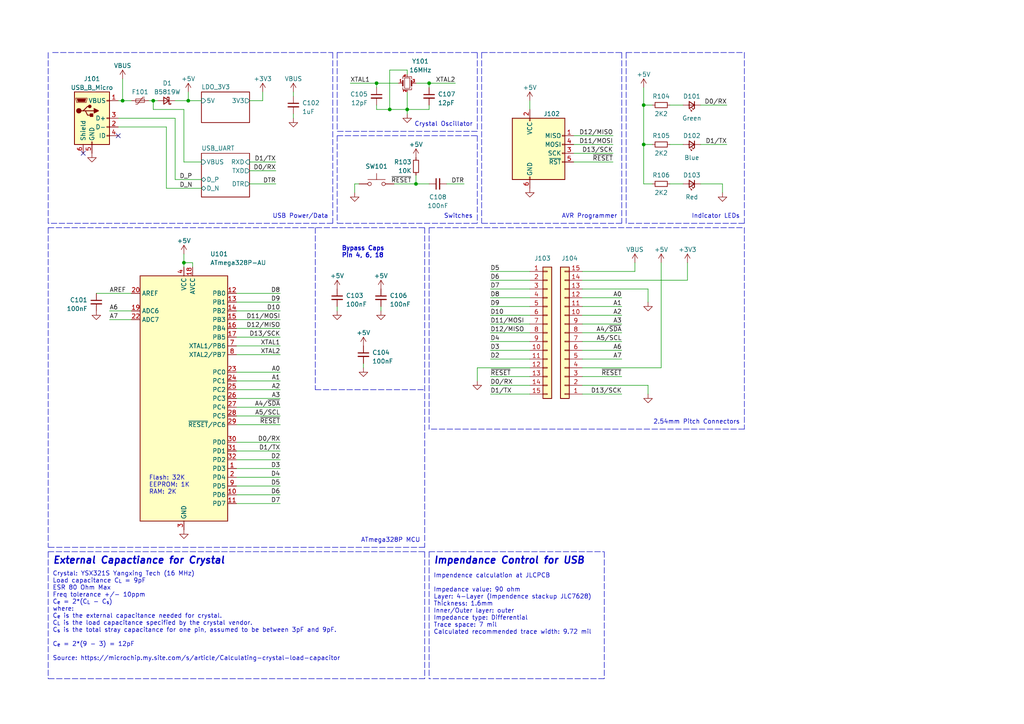
<source format=kicad_sch>
(kicad_sch (version 20230121) (generator eeschema)
  (paper "A4")
  (title_block (title "Arduino Nano Clone") (date "2023-03-17") (rev "A") (company "RIT") (comment 1 "Design: Dr. Joshua Butler"))
  (lib_symbols
    (symbol "Connector:AVR-ISP-6" (pin_names (offset 1.016))
      (property "Reference" "J" (at -6.35 11.43 0))
      (property "Value" "AVR-ISP-6" (at 0 11.43 0))
      (symbol "AVR-ISP-6_0_1"
        (rectangle (start -2.667 -6.858) (end -2.413 -7.62))
        (rectangle (start -2.667 10.16) (end -2.413 9.398))
        (rectangle (start 7.62 -2.413) (end 6.858 -2.667))
        (rectangle (start 7.62 0.127) (end 6.858 -0.127))
        (rectangle (start 7.62 2.667) (end 6.858 2.413))
        (rectangle (start 7.62 5.207) (end 6.858 4.953))
        (rectangle (start 7.62 10.16) (end -7.62 -7.62) (stroke (width 0.254)) (fill (type background)))
      )
      (symbol "AVR-ISP-6_1_1"
        (pin passive line (at 10.16 5.08 180) (length 2.54) (name "MISO") (number "1"))
        (pin passive line (at -2.54 12.7 270) (length 2.54) (name "VCC") (number "2"))
        (pin passive line (at 10.16 0 180) (length 2.54) (name "SCK") (number "3"))
        (pin passive line (at 10.16 2.54 180) (length 2.54) (name "MOSI") (number "4"))
        (pin passive line (at 10.16 -2.54 180) (length 2.54) (name "~{RST}") (number "5"))
        (pin passive line (at -2.54 -10.16 90) (length 2.54) (name "GND") (number "6"))
      )
    )
    (symbol "Connector:USB_B_Micro" (pin_names (offset 1.016))
      (property "Reference" "J" (at -5.08 11.43 0))
      (property "Value" "USB_B_Micro" (at -5.08 8.89 0))
      (symbol "USB_B_Micro_0_1"
        (rectangle (start -5.08 -7.62) (end 5.08 7.62) (stroke (width 0.254)) (fill (type background)))
        (circle (center -3.81 2.159) (radius 0.635) (stroke (width 0.254)) (fill (type outline)))
        (circle (center -0.635 3.429) (radius 0.381) (stroke (width 0.254)) (fill (type outline)))
        (rectangle (start -0.127 -7.62) (end 0.127 -6.858))
        (polyline (pts (xy -1.905 2.159) (xy 0.635 2.159)) (stroke (width 0.254)))
        (polyline (pts (xy -3.175 2.159) (xy -2.54 2.159) (xy -1.27 3.429) (xy -0.635 3.429)) (stroke (width 0.254)))
        (polyline (pts (xy -2.54 2.159) (xy -1.905 2.159) (xy -1.27 0.889) (xy 0 0.889)) (stroke (width 0.254)))
        (polyline (pts (xy 0.635 2.794) (xy 0.635 1.524) (xy 1.905 2.159) (xy 0.635 2.794)) (stroke (width 0.254)) (fill (type outline)))
        (polyline (pts (xy -4.318 5.588) (xy -1.778 5.588) (xy -2.032 4.826) (xy -4.064 4.826) (xy -4.318 5.588)) (fill (type outline)))
        (polyline (pts (xy -4.699 5.842) (xy -4.699 5.588) (xy -4.445 4.826) (xy -4.445 4.572) (xy -1.651 4.572) (xy -1.651 4.826) (xy -1.397 5.588) (xy -1.397 5.842) (xy -4.699 5.842)))
        (rectangle (start 0.254 1.27) (end -0.508 0.508) (stroke (width 0.254)) (fill (type outline)))
        (rectangle (start 5.08 -5.207) (end 4.318 -4.953))
        (rectangle (start 5.08 -2.667) (end 4.318 -2.413))
        (rectangle (start 5.08 -0.127) (end 4.318 0.127))
        (rectangle (start 5.08 4.953) (end 4.318 5.207))
      )
      (symbol "USB_B_Micro_1_1"
        (pin power_out line (at 7.62 5.08 180) (length 2.54) (name "VBUS") (number "1"))
        (pin bidirectional line (at 7.62 -2.54 180) (length 2.54) (name "D-") (number "2"))
        (pin bidirectional line (at 7.62 0 180) (length 2.54) (name "D+") (number "3"))
        (pin passive line (at 7.62 -5.08 180) (length 2.54) (name "ID") (number "4"))
        (pin power_out line (at 0 -10.16 90) (length 2.54) (name "GND") (number "5"))
        (pin passive line (at -2.54 -10.16 90) (length 2.54) (name "Shield") (number "6"))
      )
    )
    (symbol "Connector_Generic:Conn_01x15" (pin_names (offset 1.016) hide)
      (property "Reference" "J" (at 0 20.32 0))
      (property "Value" "Conn_01x15" (at 0 -20.32 0))
      (symbol "Conn_01x15_1_1"
        (rectangle (start -1.27 -17.653) (end 0 -17.907) (stroke (width 0.1524)))
        (rectangle (start -1.27 -15.113) (end 0 -15.367) (stroke (width 0.1524)))
        (rectangle (start -1.27 -12.573) (end 0 -12.827) (stroke (width 0.1524)))
        (rectangle (start -1.27 -10.033) (end 0 -10.287) (stroke (width 0.1524)))
        (rectangle (start -1.27 -7.493) (end 0 -7.747) (stroke (width 0.1524)))
        (rectangle (start -1.27 -4.953) (end 0 -5.207) (stroke (width 0.1524)))
        (rectangle (start -1.27 -2.413) (end 0 -2.667) (stroke (width 0.1524)))
        (rectangle (start -1.27 0.127) (end 0 -0.127) (stroke (width 0.1524)))
        (rectangle (start -1.27 2.667) (end 0 2.413) (stroke (width 0.1524)))
        (rectangle (start -1.27 5.207) (end 0 4.953) (stroke (width 0.1524)))
        (rectangle (start -1.27 7.747) (end 0 7.493) (stroke (width 0.1524)))
        (rectangle (start -1.27 10.287) (end 0 10.033) (stroke (width 0.1524)))
        (rectangle (start -1.27 12.827) (end 0 12.573) (stroke (width 0.1524)))
        (rectangle (start -1.27 15.367) (end 0 15.113) (stroke (width 0.1524)))
        (rectangle (start -1.27 17.907) (end 0 17.653) (stroke (width 0.1524)))
        (rectangle (start -1.27 19.05) (end 1.27 -19.05) (stroke (width 0.254)) (fill (type background)))
        (pin passive line (at -5.08 17.78 0) (length 3.81) (name "Pin_1") (number "1"))
        (pin passive line (at -5.08 -5.08 0) (length 3.81) (name "Pin_10") (number "10"))
        (pin passive line (at -5.08 -7.62 0) (length 3.81) (name "Pin_11") (number "11"))
        (pin passive line (at -5.08 -10.16 0) (length 3.81) (name "Pin_12") (number "12"))
        (pin passive line (at -5.08 -12.7 0) (length 3.81) (name "Pin_13") (number "13"))
        (pin passive line (at -5.08 -15.24 0) (length 3.81) (name "Pin_14") (number "14"))
        (pin passive line (at -5.08 -17.78 0) (length 3.81) (name "Pin_15") (number "15"))
        (pin passive line (at -5.08 15.24 0) (length 3.81) (name "Pin_2") (number "2"))
        (pin passive line (at -5.08 12.7 0) (length 3.81) (name "Pin_3") (number "3"))
        (pin passive line (at -5.08 10.16 0) (length 3.81) (name "Pin_4") (number "4"))
        (pin passive line (at -5.08 7.62 0) (length 3.81) (name "Pin_5") (number "5"))
        (pin passive line (at -5.08 5.08 0) (length 3.81) (name "Pin_6") (number "6"))
        (pin passive line (at -5.08 2.54 0) (length 3.81) (name "Pin_7") (number "7"))
        (pin passive line (at -5.08 0 0) (length 3.81) (name "Pin_8") (number "8"))
        (pin passive line (at -5.08 -2.54 0) (length 3.81) (name "Pin_9") (number "9"))
      )
    )
    (symbol "Device:C_Small" (pin_numbers hide) (pin_names (offset 0.254) hide)
      (property "Reference" "C" (at 0.254 1.778 0))
      (property "Value" "C_Small" (at 0.254 -2.032 0))
      (symbol "C_Small_0_1"
        (polyline (pts (xy -1.524 -0.508) (xy 1.524 -0.508)) (stroke (width 0.3302)))
        (polyline (pts (xy -1.524 0.508) (xy 1.524 0.508)) (stroke (width 0.3048)))
      )
      (symbol "C_Small_1_1"
        (pin passive line (at 0 2.54 270) (length 2.032) (name "~") (number "1"))
        (pin passive line (at 0 -2.54 90) (length 2.032) (name "~") (number "2"))
      )
    )
    (symbol "Device:Crystal_GND24_Small" (pin_names (offset 1.016) hide)
      (property "Reference" "Y" (at 1.27 4.445 0))
      (property "Value" "Crystal_GND24_Small" (at 1.27 2.54 0))
      (symbol "Crystal_GND24_Small_0_1"
        (rectangle (start -0.762 -1.524) (end 0.762 1.524))
        (polyline (pts (xy -1.27 -0.762) (xy -1.27 0.762)) (stroke (width 0.381)))
        (polyline (pts (xy 1.27 -0.762) (xy 1.27 0.762)) (stroke (width 0.381)))
        (polyline (pts (xy -1.27 -1.27) (xy -1.27 -1.905) (xy 1.27 -1.905) (xy 1.27 -1.27)))
        (polyline (pts (xy -1.27 1.27) (xy -1.27 1.905) (xy 1.27 1.905) (xy 1.27 1.27)))
      )
      (symbol "Crystal_GND24_Small_1_1"
        (pin passive line (at -2.54 0 0) (length 1.27) (name "1") (number "1"))
        (pin passive line (at 0 -2.54 90) (length 0.635) (name "2") (number "2"))
        (pin passive line (at 2.54 0 180) (length 1.27) (name "3") (number "3"))
        (pin passive line (at 0 2.54 270) (length 0.635) (name "4") (number "4"))
      )
    )
    (symbol "Device:D_Schottky_Small" (pin_numbers hide) (pin_names (offset 0.254) hide)
      (property "Reference" "D" (at -1.27 2.032 0))
      (property "Value" "D_Schottky_Small" (at -7.112 -2.032 0))
      (symbol "D_Schottky_Small_0_1"
        (polyline (pts (xy -0.762 0) (xy 0.762 0)))
        (polyline (pts (xy 0.762 -1.016) (xy -0.762 0) (xy 0.762 1.016) (xy 0.762 -1.016)) (stroke (width 0.254)))
        (polyline (pts (xy -1.27 0.762) (xy -1.27 1.016) (xy -0.762 1.016) (xy -0.762 -1.016) (xy -0.254 -1.016) (xy -0.254 -0.762)) (stroke (width 0.254)))
      )
      (symbol "D_Schottky_Small_1_1"
        (pin passive line (at -2.54 0 0) (length 1.778) (name "K") (number "1"))
        (pin passive line (at 2.54 0 180) (length 1.778) (name "A") (number "2"))
      )
    )
    (symbol "Device:LED_Small" (pin_numbers hide) (pin_names (offset 0.254) hide)
      (property "Reference" "D" (at -1.27 3.175 0))
      (property "Value" "LED_Small" (at -4.445 -2.54 0))
      (symbol "LED_Small_0_1"
        (polyline (pts (xy -0.762 -1.016) (xy -0.762 1.016)) (stroke (width 0.254)))
        (polyline (pts (xy 1.016 0) (xy -0.762 0)))
        (polyline (pts (xy 0.762 -1.016) (xy -0.762 0) (xy 0.762 1.016) (xy 0.762 -1.016)) (stroke (width 0.254)))
        (polyline (pts (xy 0 0.762) (xy -0.508 1.27) (xy -0.254 1.27) (xy -0.508 1.27) (xy -0.508 1.016)))
        (polyline (pts (xy 0.508 1.27) (xy 0 1.778) (xy 0.254 1.778) (xy 0 1.778) (xy 0 1.524)))
      )
      (symbol "LED_Small_1_1"
        (pin passive line (at -2.54 0 0) (length 1.778) (name "K") (number "1"))
        (pin passive line (at 2.54 0 180) (length 1.778) (name "A") (number "2"))
      )
    )
    (symbol "Device:Polyfuse_Small" (pin_numbers hide) (pin_names (offset 0))
      (property "Reference" "F" (at -1.905 0 90))
      (property "Value" "Polyfuse_Small" (at 1.905 0 90))
      (symbol "Polyfuse_Small_0_1"
        (rectangle (start -0.508 1.27) (end 0.508 -1.27))
        (polyline (pts (xy 0 2.54) (xy 0 -2.54)))
        (polyline (pts (xy -1.016 1.27) (xy -1.016 0.762) (xy 1.016 -0.762) (xy 1.016 -1.27)))
      )
      (symbol "Polyfuse_Small_1_1"
        (pin passive line (at 0 2.54 270) (length 0.635) (name "~") (number "1"))
        (pin passive line (at 0 -2.54 90) (length 0.635) (name "~") (number "2"))
      )
    )
    (symbol "Device:R_Small" (pin_numbers hide) (pin_names (offset 0.254) hide)
      (property "Reference" "R" (at 0.762 0.508 0))
      (property "Value" "R_Small" (at 0.762 -1.016 0))
      (symbol "R_Small_0_1"
        (rectangle (start -0.762 1.778) (end 0.762 -1.778) (stroke (width 0.2032)))
      )
      (symbol "R_Small_1_1"
        (pin passive line (at 0 2.54 270) (length 0.762) (name "~") (number "1"))
        (pin passive line (at 0 -2.54 90) (length 0.762) (name "~") (number "2"))
      )
    )
    (symbol "MCU_Microchip_ATmega:ATmega328P-A"
      (property "Reference" "U" (at -12.7 36.83 0))
      (property "Value" "ATmega328P-A" (at 2.54 -36.83 0))
      (symbol "ATmega328P-A_0_1"
        (rectangle (start -12.7 -35.56) (end 12.7 35.56) (stroke (width 0.254)) (fill (type background)))
      )
      (symbol "ATmega328P-A_1_1"
        (pin bidirectional line (at 15.24 -20.32 180) (length 2.54) (name "PD3") (number "1"))
        (pin bidirectional line (at 15.24 -27.94 180) (length 2.54) (name "PD6") (number "10"))
        (pin bidirectional line (at 15.24 -30.48 180) (length 2.54) (name "PD7") (number "11"))
        (pin bidirectional line (at 15.24 30.48 180) (length 2.54) (name "PB0") (number "12"))
        (pin bidirectional line (at 15.24 27.94 180) (length 2.54) (name "PB1") (number "13"))
        (pin bidirectional line (at 15.24 25.4 180) (length 2.54) (name "PB2") (number "14"))
        (pin bidirectional line (at 15.24 22.86 180) (length 2.54) (name "PB3") (number "15"))
        (pin bidirectional line (at 15.24 20.32 180) (length 2.54) (name "PB4") (number "16"))
        (pin bidirectional line (at 15.24 17.78 180) (length 2.54) (name "PB5") (number "17"))
        (pin power_in line (at 2.54 38.1 270) (length 2.54) (name "AVCC") (number "18"))
        (pin input line (at -15.24 25.4 0) (length 2.54) (name "ADC6") (number "19"))
        (pin bidirectional line (at 15.24 -22.86 180) (length 2.54) (name "PD4") (number "2"))
        (pin passive line (at -15.24 30.48 0) (length 2.54) (name "AREF") (number "20"))
        (pin passive line (at 0 -38.1 90) (length 2.54) hide (name "GND") (number "21"))
        (pin input line (at -15.24 22.86 0) (length 2.54) (name "ADC7") (number "22"))
        (pin bidirectional line (at 15.24 7.62 180) (length 2.54) (name "PC0") (number "23"))
        (pin bidirectional line (at 15.24 5.08 180) (length 2.54) (name "PC1") (number "24"))
        (pin bidirectional line (at 15.24 2.54 180) (length 2.54) (name "PC2") (number "25"))
        (pin bidirectional line (at 15.24 0 180) (length 2.54) (name "PC3") (number "26"))
        (pin bidirectional line (at 15.24 -2.54 180) (length 2.54) (name "PC4") (number "27"))
        (pin bidirectional line (at 15.24 -5.08 180) (length 2.54) (name "PC5") (number "28"))
        (pin bidirectional line (at 15.24 -7.62 180) (length 2.54) (name "~{RESET}/PC6") (number "29"))
        (pin power_in line (at 0 -38.1 90) (length 2.54) (name "GND") (number "3"))
        (pin bidirectional line (at 15.24 -12.7 180) (length 2.54) (name "PD0") (number "30"))
        (pin bidirectional line (at 15.24 -15.24 180) (length 2.54) (name "PD1") (number "31"))
        (pin bidirectional line (at 15.24 -17.78 180) (length 2.54) (name "PD2") (number "32"))
        (pin power_in line (at 0 38.1 270) (length 2.54) (name "VCC") (number "4"))
        (pin passive line (at 0 -38.1 90) (length 2.54) hide (name "GND") (number "5"))
        (pin passive line (at 0 38.1 270) (length 2.54) hide (name "VCC") (number "6"))
        (pin bidirectional line (at 15.24 15.24 180) (length 2.54) (name "XTAL1/PB6") (number "7"))
        (pin bidirectional line (at 15.24 12.7 180) (length 2.54) (name "XTAL2/PB7") (number "8"))
        (pin bidirectional line (at 15.24 -25.4 180) (length 2.54) (name "PD5") (number "9"))
      )
    )
    (symbol "Switch:SW_Push" (pin_numbers hide) (pin_names (offset 1.016) hide)
      (property "Reference" "SW" (at 1.27 2.54 0))
      (property "Value" "SW_Push" (at 0 -1.524 0))
      (symbol "SW_Push_0_1"
        (circle (center -2.032 0) (radius 0.508))
        (polyline (pts (xy 0 1.27) (xy 0 3.048)))
        (polyline (pts (xy 2.54 1.27) (xy -2.54 1.27)))
        (circle (center 2.032 0) (radius 0.508))
        (pin passive line (at -5.08 0 0) (length 2.54) (name "1") (number "1"))
        (pin passive line (at 5.08 0 180) (length 2.54) (name "2") (number "2"))
      )
    )
    (symbol "power:+3V3" (power) (pin_names (offset 0))
      (property "Value" "+3V3" (at 0 3.556 0))
      (symbol "+3V3_0_1"
        (polyline (pts (xy -0.762 1.27) (xy 0 2.54)))
        (polyline (pts (xy 0 0) (xy 0 2.54)))
        (polyline (pts (xy 0 2.54) (xy 0.762 1.27)))
      )
      (symbol "+3V3_1_1"
        (pin power_in line (at 0 0 90) (length 0) hide (name "+3V3") (number "1"))
      )
    )
    (symbol "power:+5V" (power) (pin_names (offset 0))
      (property "Value" "+5V" (at 0 3.556 0))
      (symbol "+5V_0_1"
        (polyline (pts (xy -0.762 1.27) (xy 0 2.54)))
        (polyline (pts (xy 0 0) (xy 0 2.54)))
        (polyline (pts (xy 0 2.54) (xy 0.762 1.27)))
      )
      (symbol "+5V_1_1"
        (pin power_in line (at 0 0 90) (length 0) hide (name "+5V") (number "1"))
      )
    )
    (symbol "power:GND" (power) (pin_names (offset 0))
      (property "Value" "GND" (at 0 -3.81 0))
      (symbol "GND_0_1"
        (polyline (pts (xy 0 0) (xy 0 -1.27) (xy 1.27 -1.27) (xy 0 -2.54) (xy -1.27 -1.27) (xy 0 -1.27)))
      )
      (symbol "GND_1_1"
        (pin power_in line (at 0 0 270) (length 0) hide (name "GND") (number "1"))
      )
    )
    (symbol "power:VBUS" (power) (pin_names (offset 0))
      (property "Value" "VBUS" (at 0 3.81 0))
      (symbol "VBUS_0_1"
        (polyline (pts (xy -0.762 1.27) (xy 0 2.54)))
        (polyline (pts (xy 0 0) (xy 0 2.54)))
        (polyline (pts (xy 0 2.54) (xy 0.762 1.27)))
      )
      (symbol "VBUS_1_1"
        (pin power_in line (at 0 0 90) (length 0) hide (name "VBUS") (number "1"))
      )
    )
  )
  (junction (at 44.45 29.21))
  (junction (at 53.34 76.2))
  (junction (at 35.56 29.21))
  (junction (at 186.69 41.91))
  (junction (at 109.22 24.13))
  (junction (at 186.69 30.48))
  (junction (at 118.11 31.75))
  (junction (at 120.65 53.34))
  (junction (at 124.46 24.13))
  (junction (at 54.61 29.21))
  (junction (at 113.03 31.75))
  (no_connect (at 24.13 44.45))
  (no_connect (at 34.29 39.37))
  (wire (pts (xy 142.24 96.52) (xy 153.67 96.52)))
  (wire (pts (xy 31.75 92.71) (xy 38.1 92.71)))
  (wire (pts (xy 142.24 86.36) (xy 153.67 86.36)))
  (polyline (pts (xy 180.34 64.77) (xy 139.7 64.77)) (stroke (width 0) (type dash)))
  (wire (pts (xy 118.11 26.67) (xy 118.11 31.75)))
  (wire (pts (xy 186.69 25.4) (xy 186.69 30.48)))
  (wire (pts (xy 72.39 49.53) (xy 80.01 49.53)))
  (wire (pts (xy 53.34 73.66) (xy 53.34 76.2)))
  (wire (pts (xy 97.79 90.17) (xy 97.79 88.9)))
  (wire (pts (xy 138.43 106.68) (xy 138.43 110.49)))
  (polyline (pts (xy 181.61 15.24) (xy 181.61 64.77)) (stroke (width 0) (type dash)))
  (wire (pts (xy 142.24 81.28) (xy 153.67 81.28)))
  (polyline (pts (xy 123.19 158.75) (xy 13.97 158.75)) (stroke (width 0) (type dash)))
  (wire (pts (xy 118.11 20.32) (xy 113.03 20.32)))
  (wire (pts (xy 168.91 78.74) (xy 184.15 78.74)))
  (wire (pts (xy 209.55 53.34) (xy 209.55 55.88)))
  (wire (pts (xy 142.24 93.98) (xy 153.67 93.98)))
  (polyline (pts (xy 13.97 160.02) (xy 13.97 196.85)) (stroke (width 0) (type dash)))
  (wire (pts (xy 68.58 97.79) (xy 81.28 97.79)))
  (polyline (pts (xy 97.79 15.24) (xy 97.79 38.1)) (stroke (width 0) (type dash)))
  (wire (pts (xy 129.54 53.34) (xy 134.62 53.34)))
  (wire (pts (xy 50.8 34.29) (xy 50.8 52.07)))
  (polyline (pts (xy 215.9 64.77) (xy 181.61 64.77)) (stroke (width 0) (type dash)))
  (wire (pts (xy 68.58 120.65) (xy 81.28 120.65)))
  (polyline (pts (xy 97.79 15.24) (xy 138.43 15.24)) (stroke (width 0) (type dash)))
  (wire (pts (xy 85.09 34.29) (xy 85.09 33.02)))
  (wire (pts (xy 113.03 31.75) (xy 118.11 31.75)))
  (wire (pts (xy 203.2 53.34) (xy 209.55 53.34)))
  (wire (pts (xy 68.58 113.03) (xy 81.28 113.03)))
  (wire (pts (xy 110.49 90.17) (xy 110.49 88.9)))
  (wire (pts (xy 168.91 81.28) (xy 199.39 81.28)))
  (wire (pts (xy 142.24 83.82) (xy 153.67 83.82)))
  (wire (pts (xy 54.61 29.21) (xy 54.61 26.67)))
  (wire (pts (xy 68.58 107.95) (xy 81.28 107.95)))
  (wire (pts (xy 191.77 76.2) (xy 191.77 106.68)))
  (wire (pts (xy 27.94 85.09) (xy 38.1 85.09)))
  (polyline (pts (xy 13.97 15.24) (xy 13.97 64.77)) (stroke (width 0) (type dash)))
  (wire (pts (xy 34.29 29.21) (xy 35.56 29.21)))
  (polyline (pts (xy 181.61 15.24) (xy 215.9 15.24)) (stroke (width 0) (type dash)))
  (wire (pts (xy 113.03 20.32) (xy 113.03 31.75)))
  (wire (pts (xy 199.39 76.2) (xy 199.39 81.28)))
  (polyline (pts (xy 139.7 15.24) (xy 139.7 64.77)) (stroke (width 0) (type dash)))
  (wire (pts (xy 168.91 83.82) (xy 187.96 83.82)))
  (wire (pts (xy 168.91 88.9) (xy 180.34 88.9)))
  (wire (pts (xy 68.58 110.49) (xy 81.28 110.49)))
  (wire (pts (xy 168.91 96.52) (xy 180.34 96.52)))
  (wire (pts (xy 68.58 130.81) (xy 81.28 130.81)))
  (wire (pts (xy 109.22 25.4) (xy 109.22 24.13)))
  (wire (pts (xy 168.91 91.44) (xy 180.34 91.44)))
  (polyline (pts (xy 123.19 160.02) (xy 123.19 196.85)) (stroke (width 0) (type dash)))
  (wire (pts (xy 186.69 53.34) (xy 189.23 53.34)))
  (wire (pts (xy 35.56 29.21) (xy 38.1 29.21)))
  (wire (pts (xy 105.41 106.68) (xy 105.41 105.41)))
  (polyline (pts (xy 138.43 38.1) (xy 97.79 38.1)) (stroke (width 0) (type dash)))
  (wire (pts (xy 142.24 111.76) (xy 153.67 111.76)))
  (polyline (pts (xy 138.43 64.77) (xy 97.79 64.77)) (stroke (width 0) (type dash)))
  (wire (pts (xy 194.31 41.91) (xy 198.12 41.91)))
  (polyline (pts (xy 215.9 15.24) (xy 215.9 64.77)) (stroke (width 0) (type dash)))
  (wire (pts (xy 68.58 140.97) (xy 81.28 140.97)))
  (wire (pts (xy 68.58 85.09) (xy 81.28 85.09)))
  (wire (pts (xy 186.69 41.91) (xy 189.23 41.91)))
  (wire (pts (xy 85.09 26.67) (xy 85.09 27.94)))
  (polyline (pts (xy 124.46 66.04) (xy 124.46 124.46)) (stroke (width 0) (type dash)))
  (polyline (pts (xy 215.9 66.04) (xy 215.9 124.46)) (stroke (width 0) (type dash)))
  (wire (pts (xy 187.96 83.82) (xy 187.96 87.63)))
  (wire (pts (xy 180.34 114.3) (xy 168.91 114.3)))
  (polyline (pts (xy 138.43 15.24) (xy 138.43 38.1)) (stroke (width 0) (type dash)))
  (wire (pts (xy 120.65 50.8) (xy 120.65 53.34)))
  (wire (pts (xy 142.24 88.9) (xy 153.67 88.9)))
  (wire (pts (xy 76.2 26.67) (xy 76.2 29.21)))
  (polyline (pts (xy 123.19 66.04) (xy 123.19 158.75)) (stroke (width 0) (type dash)))
  (wire (pts (xy 68.58 146.05) (xy 81.28 146.05)))
  (wire (pts (xy 142.24 91.44) (xy 153.67 91.44)))
  (wire (pts (xy 55.88 76.2) (xy 53.34 76.2)))
  (polyline (pts (xy 180.34 15.24) (xy 180.34 64.77)) (stroke (width 0) (type dash)))
  (polyline (pts (xy 123.19 196.85) (xy 13.97 196.85)) (stroke (width 0) (type dash)))
  (wire (pts (xy 31.75 90.17) (xy 38.1 90.17)))
  (wire (pts (xy 68.58 92.71) (xy 81.28 92.71)))
  (wire (pts (xy 142.24 78.74) (xy 153.67 78.74)))
  (wire (pts (xy 153.67 29.21) (xy 153.67 31.75)))
  (wire (pts (xy 186.69 30.48) (xy 189.23 30.48)))
  (wire (pts (xy 68.58 115.57) (xy 81.28 115.57)))
  (wire (pts (xy 168.91 86.36) (xy 180.34 86.36)))
  (polyline (pts (xy 138.43 39.37) (xy 138.43 64.77)) (stroke (width 0) (type dash)))
  (wire (pts (xy 186.69 30.48) (xy 186.69 41.91)))
  (wire (pts (xy 109.22 24.13) (xy 115.57 24.13)))
  (wire (pts (xy 68.58 143.51) (xy 81.28 143.51)))
  (wire (pts (xy 142.24 104.14) (xy 153.67 104.14)))
  (polyline (pts (xy 175.26 160.02) (xy 175.26 196.85)) (stroke (width 0) (type dash)))
  (wire (pts (xy 34.29 36.83) (xy 48.26 36.83)))
  (wire (pts (xy 68.58 95.25) (xy 81.28 95.25)))
  (wire (pts (xy 43.18 29.21) (xy 44.45 29.21)))
  (wire (pts (xy 194.31 53.34) (xy 198.12 53.34)))
  (wire (pts (xy 168.91 106.68) (xy 191.77 106.68)))
  (wire (pts (xy 168.91 101.6) (xy 180.34 101.6)))
  (wire (pts (xy 68.58 102.87) (xy 81.28 102.87)))
  (wire (pts (xy 142.24 101.6) (xy 153.67 101.6)))
  (wire (pts (xy 102.87 53.34) (xy 104.14 53.34)))
  (polyline (pts (xy 124.46 160.02) (xy 124.46 196.85)) (stroke (width 0) (type dash)))
  (wire (pts (xy 50.8 52.07) (xy 58.42 52.07)))
  (wire (pts (xy 72.39 53.34) (xy 80.01 53.34)))
  (wire (pts (xy 138.43 106.68) (xy 153.67 106.68)))
  (wire (pts (xy 68.58 128.27) (xy 81.28 128.27)))
  (wire (pts (xy 168.91 109.22) (xy 180.34 109.22)))
  (wire (pts (xy 120.65 53.34) (xy 124.46 53.34)))
  (wire (pts (xy 142.24 99.06) (xy 153.67 99.06)))
  (wire (pts (xy 194.31 30.48) (xy 198.12 30.48)))
  (wire (pts (xy 48.26 54.61) (xy 58.42 54.61)))
  (wire (pts (xy 124.46 25.4) (xy 124.46 24.13)))
  (wire (pts (xy 118.11 21.59) (xy 118.11 20.32)))
  (wire (pts (xy 34.29 34.29) (xy 50.8 34.29)))
  (wire (pts (xy 168.91 111.76) (xy 187.96 111.76)))
  (wire (pts (xy 68.58 133.35) (xy 81.28 133.35)))
  (polyline (pts (xy 13.97 66.04) (xy 13.97 158.75)) (stroke (width 0) (type dash)))
  (wire (pts (xy 184.15 76.2) (xy 184.15 78.74)))
  (wire (pts (xy 102.87 53.34) (xy 102.87 55.88)))
  (wire (pts (xy 187.96 111.76) (xy 187.96 114.3)))
  (polyline (pts (xy 97.79 39.37) (xy 138.43 39.37)) (stroke (width 0) (type dash)))
  (wire (pts (xy 72.39 29.21) (xy 76.2 29.21)))
  (wire (pts (xy 48.26 36.83) (xy 48.26 54.61)))
  (polyline (pts (xy 13.97 160.02) (xy 123.19 160.02)) (stroke (width 0) (type dash)))
  (polyline (pts (xy 124.46 66.04) (xy 215.9 66.04)) (stroke (width 0) (type dash)))
  (wire (pts (xy 118.11 33.02) (xy 118.11 31.75)))
  (wire (pts (xy 168.91 93.98) (xy 180.34 93.98)))
  (polyline (pts (xy 15.24 15.24) (xy 96.52 15.24)) (stroke (width 0) (type dash)))
  (wire (pts (xy 142.24 109.22) (xy 153.67 109.22)))
  (wire (pts (xy 53.34 76.2) (xy 53.34 77.47)))
  (wire (pts (xy 68.58 123.19) (xy 81.28 123.19)))
  (wire (pts (xy 68.58 90.17) (xy 81.28 90.17)))
  (wire (pts (xy 186.69 41.91) (xy 186.69 53.34)))
  (wire (pts (xy 120.65 24.13) (xy 124.46 24.13)))
  (polyline (pts (xy 175.26 196.85) (xy 124.46 196.85)) (stroke (width 0) (type dash)))
  (wire (pts (xy 68.58 118.11) (xy 81.28 118.11)))
  (polyline (pts (xy 215.9 124.46) (xy 124.46 124.46)) (stroke (width 0) (type dash)))
  (wire (pts (xy 44.45 31.75) (xy 44.45 29.21)))
  (wire (pts (xy 118.11 31.75) (xy 124.46 31.75)))
  (wire (pts (xy 50.8 29.21) (xy 54.61 29.21)))
  (wire (pts (xy 166.37 39.37) (xy 177.8 39.37)))
  (wire (pts (xy 44.45 29.21) (xy 45.72 29.21)))
  (wire (pts (xy 168.91 104.14) (xy 180.34 104.14)))
  (wire (pts (xy 101.6 24.13) (xy 109.22 24.13)))
  (wire (pts (xy 109.22 31.75) (xy 113.03 31.75)))
  (wire (pts (xy 68.58 100.33) (xy 81.28 100.33)))
  (wire (pts (xy 124.46 24.13) (xy 132.08 24.13)))
  (wire (pts (xy 55.88 77.47) (xy 55.88 76.2)))
  (wire (pts (xy 72.39 46.99) (xy 80.01 46.99)))
  (polyline (pts (xy 124.46 160.02) (xy 175.26 160.02)) (stroke (width 0) (type dash)))
  (polyline (pts (xy 91.44 113.03) (xy 123.19 113.03)) (stroke (width 0) (type dash)))
  (wire (pts (xy 124.46 31.75) (xy 124.46 30.48)))
  (wire (pts (xy 168.91 99.06) (xy 180.34 99.06)))
  (wire (pts (xy 53.34 46.99) (xy 58.42 46.99)))
  (wire (pts (xy 53.34 31.75) (xy 44.45 31.75)))
  (wire (pts (xy 35.56 22.86) (xy 35.56 29.21)))
  (wire (pts (xy 203.2 30.48) (xy 210.82 30.48)))
  (wire (pts (xy 166.37 44.45) (xy 177.8 44.45)))
  (wire (pts (xy 166.37 46.99) (xy 177.8 46.99)))
  (wire (pts (xy 166.37 41.91) (xy 177.8 41.91)))
  (wire (pts (xy 68.58 87.63) (xy 81.28 87.63)))
  (polyline (pts (xy 139.7 15.24) (xy 180.34 15.24)) (stroke (width 0) (type dash)))
  (wire (pts (xy 109.22 31.75) (xy 109.22 30.48)))
  (wire (pts (xy 142.24 114.3) (xy 153.67 114.3)))
  (wire (pts (xy 203.2 41.91) (xy 210.82 41.91)))
  (polyline (pts (xy 96.52 64.77) (xy 13.97 64.77)) (stroke (width 0) (type dash)))
  (polyline (pts (xy 13.97 66.04) (xy 123.19 66.04)) (stroke (width 0) (type dash)))
  (wire (pts (xy 68.58 135.89) (xy 81.28 135.89)))
  (polyline (pts (xy 91.44 66.04) (xy 91.44 113.03)) (stroke (width 0) (type dash)))
  (wire (pts (xy 68.58 138.43) (xy 81.28 138.43)))
  (wire (pts (xy 114.3 53.34) (xy 120.65 53.34)))
  (wire (pts (xy 54.61 29.21) (xy 58.42 29.21)))
  (polyline (pts (xy 97.79 39.37) (xy 97.79 64.77)) (stroke (width 0) (type dash)))
  (wire (pts (xy 53.34 46.99) (xy 53.34 31.75)))
  (polyline (pts (xy 96.52 15.24) (xy 96.52 64.77)) (stroke (width 0) (type dash)))
  (text "2.54mm Pitch Connectors" (at 214.63 123.19 0) (effects (font (size 1.27 1.27)) (justify right bottom)))
  (text "Crystal: YSX321S Yangxing Tech (16 MHz)\nLoad capacitance C_{L} = 9pF\nESR 80 Ohm Max\nFreq tolerance +/- 10ppm\nC_{e} = 2*(C_{L} - C_{s})\nwhere:\nC_{e} is the external capacitance needed for crystal.\nC_{L} is the load capacitance specified by the crystal vendor.\nC_{s} is the total stray capacitance for one pin, assumed to be between 3pF and 9pF.\n\nC_{e} = 2*(9 - 3) = 12pF\n\nSource: https://microchip.my.site.com/s/article/Calculating-crystal-load-capacitor" (at 15.24 191.77 0) (effects (font (size 1.27 1.27)) (justify left bottom)))
  (text "Crystal Oscillator" (at 137.16 36.83 0) (effects (font (size 1.27 1.27)) (justify right bottom)))
  (text "Switches" (at 137.16 63.5 0) (effects (font (size 1.27 1.27)) (justify right bottom)))
  (text "Flash: 32K\nEEPROM: 1K\nRAM: 2K" (at 43.18 143.51 0) (effects (font (size 1.27 1.27)) (justify left bottom)))
  (text "ATmega328P MCU" (at 121.92 157.48 0) (effects (font (size 1.27 1.27)) (justify right bottom)))
  (text "Indicator LEDs" (at 214.63 63.5 0) (effects (font (size 1.27 1.27)) (justify right bottom)))
  (text "Impendance Control for USB" (at 125.73 163.83 0) (effects (font (size 2 2) (thickness 0.4) bold italic) (justify left bottom)))
  (text "AVR Programmer" (at 179.07 63.5 0) (effects (font (size 1.27 1.27)) (justify right bottom)))
  (text "USB Power/Data" (at 95.25 63.5 0) (effects (font (size 1.27 1.27)) (justify right bottom)))
  (text "Impendence calculation at JLCPCB\n\nImpedance value: 90 ohm\nLayer: 4-Layer (Impendence stackup JLC7628)\nThickness: 1.6mm\nInner/Outer layer: outer\nImpedance type: Differential\nTrace space: 7 mil\nCalculated recommended trace width: 9.72 mil" (at 125.73 184.15 0) (effects (font (size 1.27 1.27)) (justify left bottom)))
  (text "External Capactiance for Crystal" (at 15.24 163.83 0) (effects (font (size 2 2) (thickness 0.4) bold italic) (justify left bottom)))
  (text "Bypass Caps\nPin 4, 6, 18" (at 99.06 74.93 0) (effects (font (size 1.27 1.27) (thickness 0.254) bold) (justify left bottom)))
  (label "D2" (at 81.28 133.35 180))
  (label "A6" (at 31.75 90.17 0))
  (label "D_N" (at 52.07 54.61 0))
  (label "A1" (at 81.28 110.49 180))
  (label "A5{slash}SCL" (at 81.28 120.65 180))
  (label "D1{slash}TX" (at 142.24 114.3 0))
  (label "D8" (at 81.28 85.09 180))
  (label "D8" (at 142.24 86.36 0))
  (label "D3" (at 142.24 101.6 0))
  (label "A6" (at 180.34 101.6 180))
  (label "D6" (at 81.28 143.51 180))
  (label "A3" (at 81.28 115.57 180))
  (label "D10" (at 142.24 91.44 0))
  (label "D1{slash}TX" (at 81.28 130.81 180))
  (label "A7" (at 180.34 104.14 180))
  (label "D13{slash}SCK" (at 180.34 114.3 180))
  (label "~{RESET}" (at 180.34 109.22 180))
  (label "A4{slash}~{SDA}" (at 180.34 96.52 180))
  (label "D12{slash}MISO" (at 177.8 39.37 180))
  (label "A4{slash}~{SDA}" (at 81.28 118.11 180))
  (label "D11{slash}MOSI" (at 142.24 93.98 0))
  (label "D13{slash}SCK" (at 81.28 97.79 180))
  (label "~{RESET}" (at 142.24 109.22 0))
  (label "A2" (at 81.28 113.03 180))
  (label "D0{slash}RX" (at 210.82 30.48 180))
  (label "D5" (at 142.24 78.74 0))
  (label "D6" (at 142.24 81.28 0))
  (label "D1{slash}TX" (at 210.82 41.91 180))
  (label "D0{slash}RX" (at 142.24 111.76 0))
  (label "~{RESET}" (at 177.8 46.99 180))
  (label "D0{slash}RX" (at 81.28 128.27 180))
  (label "D12{slash}MISO" (at 142.24 96.52 0))
  (label "D9" (at 81.28 87.63 180))
  (label "D3" (at 81.28 135.89 180))
  (label "XTAL1" (at 81.28 100.33 180))
  (label "DTR" (at 134.62 53.34 180))
  (label "A0" (at 180.34 86.36 180))
  (label "~{RESET}" (at 81.28 123.19 180))
  (label "D11{slash}MOSI" (at 81.28 92.71 180))
  (label "D2" (at 142.24 104.14 0))
  (label "D13{slash}SCK" (at 177.8 44.45 180))
  (label "XTAL2" (at 81.28 102.87 180))
  (label "D10" (at 81.28 90.17 180))
  (label "D7" (at 81.28 146.05 180))
  (label "DTR" (at 80.01 53.34 180))
  (label "A7" (at 31.75 92.71 0))
  (label "D7" (at 142.24 83.82 0))
  (label "D_P" (at 52.07 52.07 0))
  (label "D5" (at 81.28 140.97 180))
  (label "D4" (at 142.24 99.06 0))
  (label "A0" (at 81.28 107.95 180))
  (label "A5{slash}SCL" (at 180.34 99.06 180))
  (label "D0{slash}RX" (at 80.01 49.53 180))
  (label "D11{slash}MOSI" (at 177.8 41.91 180))
  (label "~{RESET}" (at 119.38 53.34 180))
  (label "D9" (at 142.24 88.9 0))
  (label "D12{slash}MISO" (at 81.28 95.25 180))
  (label "XTAL1" (at 101.6 24.13 0))
  (label "A1" (at 180.34 88.9 180))
  (label "D1{slash}TX" (at 80.01 46.99 180))
  (label "A2" (at 180.34 91.44 180))
  (label "D4" (at 81.28 138.43 180))
  (label "XTAL2" (at 132.08 24.13 180))
  (label "A3" (at 180.34 93.98 180))
  (label "AREF" (at 31.75 85.09 0))
  (symbol (lib_id "Connector_Generic:Conn_01x15") (at 163.83 96.52 180) (unit 1)
    (property "Reference" "J104" (at 167.64 74.93 0) (effects (justify left)))
    (property "Value" "Conn_01x13" (effects hide))
    (property "Footprint" "Connector_PinHeader_2.54mm:PinHeader_1x15_P2.54mm_Vertical" (effects hide))
  )
  (symbol (lib_id "Device:C_Small") (at 127 53.34 90) (mirror x) (unit 1)
    (property "Reference" "C108" (at 127 57.15 90))
    (property "Value" "100nF" (at 127 59.69 90))
    (property "Footprint" "Capacitor_SMD:C_0603_1608Metric" (effects hide))
    (property "LCSC" "C14663" (effects hide))
  )
  (symbol (lib_id "Switch:SW_Push") (at 109.22 53.34 0) (unit 1)
    (property "Reference" "SW101" (at 109.22 48.26 0))
    (property "Value" "SW_Push" (effects hide))
    (property "Footprint" "User_Footprint:SW_SPST_KMR221GLFS" (effects hide))
    (property "LCSC" "C72443" (effects hide))
  )
  (symbol (lib_id "power:VBUS") (at 85.09 26.67 0) (unit 1)
    (property "Reference" "#PWR0109" (effects hide))
    (property "Value" "VBUS" (at 85.09 22.86 0))
  )
  (symbol (lib_id "Device:C_Small") (at 27.94 87.63 0) (mirror y) (unit 1)
    (property "Reference" "C101" (at 25.4 87.0013 0) (effects (justify left)))
    (property "Value" "100nF" (at 25.4 89.5413 0) (effects (justify left)))
    (property "Footprint" "Capacitor_SMD:C_0603_1608Metric" (effects hide))
    (property "LCSC" "C14663" (effects hide))
  )
  (symbol (lib_id "Device:R_Small") (at 191.77 53.34 90) (unit 1)
    (property "Reference" "R106" (at 191.77 50.8 90))
    (property "Value" "2K2" (at 191.77 55.88 90))
    (property "Footprint" "Resistor_SMD:R_0603_1608Metric" (effects hide))
    (property "LCSC" "C4190" (effects hide))
    (property "MFR_PART_NBR" "0805W8F4700T5E" (effects hide))
  )
  (symbol (lib_id "power:GND") (at 85.09 34.29 0) (unit 1)
    (property "Reference" "#PWR0110" (effects hide))
    (property "Value" "GND" (effects hide))
  )
  (symbol (lib_id "Device:Polyfuse_Small") (at 40.64 29.21 90) (unit 1)
    (property "Reference" "F101" (at 40.64 26.67 90))
    (property "Value" "Polyfuse_Small" (effects hide))
    (property "Footprint" "Fuse:Fuse_1206_3216Metric" (effects hide))
    (property "LCSC" "C883131" (effects hide))
  )
  (symbol (lib_id "Device:C_Small") (at 124.46 27.94 0) (unit 1)
    (property "Reference" "C107" (at 127 27.3113 0) (effects (justify left)))
    (property "Value" "12pF" (at 127 29.8513 0) (effects (justify left)))
    (property "Footprint" "Capacitor_SMD:C_0603_1608Metric" (effects hide))
    (property "LCSC" "C38523" (effects hide))
  )
  (symbol (lib_id "Device:C_Small") (at 109.22 27.94 0) (unit 1)
    (property "Reference" "C105" (at 106.68 27.3113 0) (effects (justify right)))
    (property "Value" "12pF" (at 106.68 29.8513 0) (effects (justify right)))
    (property "Footprint" "Capacitor_SMD:C_0603_1608Metric" (effects hide))
    (property "LCSC" "C38523" (effects hide))
  )
  (symbol (lib_id "Device:R_Small") (at 191.77 41.91 90) (unit 1)
    (property "Reference" "R105" (at 191.77 39.37 90))
    (property "Value" "2K2" (at 191.77 44.45 90))
    (property "Footprint" "Resistor_SMD:R_0603_1608Metric" (effects hide))
    (property "LCSC" "C4190" (effects hide))
    (property "MFR_PART_NBR" "0805W8F4700T5E" (effects hide))
  )
  (symbol (lib_id "MCU_Microchip_ATmega:ATmega328P-A") (at 53.34 115.57 0) (unit 1)
    (property "Reference" "U101" (at 60.96 73.66 0) (effects (justify left)))
    (property "Value" "ATmega328P-AU" (at 60.96 76.2 0) (effects (justify left)))
    (property "Footprint" "Package_QFP:TQFP-32_7x7mm_P0.8mm" (effects hide))
    (property "Datasheet" "http://ww1.microchip.com/downloads/en/DeviceDoc/ATmega328_P%20AVR%20MCU%20with%20picoPower%20Technology%20Data%20Sheet%2040001984A.pdf" (effects hide))
    (property "LCSC" "C14877" (effects hide))
    (property "App Note" "https://ww1.microchip.com/downloads/en/Appnotes/AN2519-AVR-Microcontroller-Hardware-Design-Considerations-00002519B.pdf" (effects hide))
  )
  (symbol (lib_id "power:+5V") (at 105.41 100.33 0) (unit 1)
    (property "Reference" "#PWR0114" (effects hide))
    (property "Value" "+5V" (at 105.41 96.52 0))
  )
  (symbol (lib_id "Device:Crystal_GND24_Small") (at 118.11 24.13 0) (unit 1)
    (property "Reference" "Y101" (at 121.92 17.78 0))
    (property "Value" "16MHz" (at 121.92 20.32 0))
    (property "Footprint" "Crystal:Crystal_SMD_3225-4Pin_3.2x2.5mm" (effects hide))
    (property "LCSC" "C13738" (effects hide))
  )
  (symbol (lib_id "power:VBUS") (at 35.56 22.86 0) (unit 1)
    (property "Reference" "#PWR0103" (effects hide))
    (property "Value" "VBUS" (at 35.56 19.05 0))
  )
  (symbol (lib_id "power:GND") (at 138.43 110.49 0) (unit 1)
    (property "Reference" "#PWR0120" (effects hide))
    (property "Value" "GND" (effects hide))
  )
  (symbol (lib_id "Device:R_Small") (at 120.65 48.26 0) (mirror y) (unit 1)
    (property "Reference" "R103" (at 119.38 46.99 0) (effects (justify left)))
    (property "Value" "10K" (at 119.38 49.53 0) (effects (justify left)))
    (property "Footprint" "Resistor_SMD:R_0603_1608Metric" (effects hide))
    (property "LCSC" "C25804" (effects hide))
  )
  (symbol (lib_id "power:+3V3") (at 199.39 76.2 0) (unit 1)
    (property "Reference" "#PWR0127" (effects hide))
    (property "Value" "+3V3" (at 199.39 72.39 0))
  )
  (symbol (lib_id "power:GND") (at 26.67 44.45 0) (unit 1)
    (property "Reference" "#PWR0101" (effects hide))
    (property "Value" "GND" (effects hide))
  )
  (symbol (lib_id "power:GND") (at 209.55 55.88 0) (unit 1)
    (property "Reference" "#PWR0128" (effects hide))
    (property "Value" "GND" (effects hide))
  )
  (symbol (lib_id "power:GND") (at 97.79 90.17 0) (unit 1)
    (property "Reference" "#PWR0112" (effects hide))
    (property "Value" "GND" (effects hide))
  )
  (symbol (lib_id "power:GND") (at 118.11 33.02 0) (unit 1)
    (property "Reference" "#PWR0118" (effects hide))
    (property "Value" "GND" (effects hide))
  )
  (symbol (lib_id "power:GND") (at 27.94 90.17 0) (mirror y) (unit 1)
    (property "Reference" "#PWR0102" (effects hide))
    (property "Value" "GND" (effects hide))
  )
  (symbol (lib_id "power:GND") (at 153.67 54.61 0) (unit 1)
    (property "Reference" "#PWR0122" (effects hide))
    (property "Value" "GND" (effects hide))
  )
  (symbol (lib_id "power:GND") (at 53.34 153.67 0) (unit 1)
    (property "Reference" "#PWR0107" (effects hide))
    (property "Value" "GND" (effects hide))
  )
  (symbol (lib_id "Device:C_Small") (at 85.09 30.48 0) (unit 1)
    (property "Reference" "C102" (at 87.63 29.8513 0) (effects (justify left)))
    (property "Value" "1uF" (at 87.63 32.3913 0) (effects (justify left)))
    (property "Footprint" "Capacitor_SMD:C_0603_1608Metric" (effects hide))
    (property "LCSC" "C15849" (effects hide))
  )
  (symbol (lib_id "power:+3V3") (at 76.2 26.67 0) (unit 1)
    (property "Reference" "#PWR0108" (effects hide))
    (property "Value" "+3V3" (at 76.2 22.86 0))
  )
  (symbol (lib_id "power:GND") (at 105.41 106.68 0) (unit 1)
    (property "Reference" "#PWR0115" (effects hide))
    (property "Value" "GND" (effects hide))
  )
  (symbol (lib_id "Device:R_Small") (at 191.77 30.48 90) (unit 1)
    (property "Reference" "R104" (at 191.77 27.94 90))
    (property "Value" "2K2" (at 191.77 33.02 90))
    (property "Footprint" "Resistor_SMD:R_0603_1608Metric" (effects hide))
    (property "LCSC" "C4190" (effects hide))
    (property "MFR_PART_NBR" "0805W8F4700T5E" (effects hide))
  )
  (symbol (lib_id "power:+5V") (at 110.49 83.82 0) (unit 1)
    (property "Reference" "#PWR0116" (effects hide))
    (property "Value" "+5V" (at 110.49 80.01 0))
  )
  (symbol (lib_id "power:GND") (at 102.87 55.88 0) (mirror y) (unit 1)
    (property "Reference" "#PWR0113" (effects hide))
    (property "Value" "GND" (effects hide))
  )
  (symbol (lib_id "power:GND") (at 110.49 90.17 0) (unit 1)
    (property "Reference" "#PWR0117" (effects hide))
    (property "Value" "GND" (effects hide))
  )
  (symbol (lib_id "power:VBUS") (at 184.15 76.2 0) (unit 1)
    (property "Reference" "#PWR0123" (effects hide))
    (property "Value" "VBUS" (at 184.15 72.39 0))
  )
  (symbol (lib_id "power:+5V") (at 97.79 83.82 0) (unit 1)
    (property "Reference" "#PWR0111" (effects hide))
    (property "Value" "+5V" (at 97.79 80.01 0))
  )
  (symbol (lib_id "power:+5V") (at 120.65 45.72 0) (unit 1)
    (property "Reference" "#PWR0119" (effects hide))
    (property "Value" "+5V" (at 120.65 41.91 0))
  )
  (symbol (lib_id "power:+5V") (at 53.34 73.66 0) (unit 1)
    (property "Reference" "#PWR0106" (effects hide))
    (property "Value" "+5V" (at 53.34 69.85 0))
  )
  (symbol (lib_id "Device:C_Small") (at 97.79 86.36 0) (unit 1)
    (property "Reference" "C103" (at 100.33 85.7313 0) (effects (justify left)))
    (property "Value" "100nF" (at 100.33 88.2713 0) (effects (justify left)))
    (property "Footprint" "Capacitor_SMD:C_0603_1608Metric" (effects hide))
    (property "LCSC" "C14663" (effects hide))
  )
  (symbol (lib_id "power:GND") (at 187.96 114.3 0) (unit 1)
    (property "Reference" "#PWR02" (effects hide))
    (property "Value" "GND" (effects hide))
  )
  (symbol (lib_id "power:+5V") (at 153.67 29.21 0) (unit 1)
    (property "Reference" "#PWR01" (effects hide))
    (property "Value" "+5V" (at 153.67 25.4 0))
  )
  (symbol (lib_id "Device:LED_Small") (at 200.66 30.48 180) (unit 1)
    (property "Reference" "D101" (at 200.66 27.94 0))
    (property "Value" "Green" (at 200.66 34.29 0))
    (property "Footprint" "LED_SMD:LED_0603_1608Metric" (effects hide))
    (property "LCSC" "C72043" (effects hide))
  )
  (symbol (lib_id "power:+5V") (at 186.69 25.4 0) (unit 1)
    (property "Reference" "#PWR0124" (effects hide))
    (property "Value" "+5V" (at 186.69 21.59 0))
  )
  (symbol (lib_id "Connector_Generic:Conn_01x15") (at 158.75 96.52 0) (unit 1)
    (property "Reference" "J103" (at 154.94 74.93 0) (effects (justify left)))
    (property "Value" "Conn_01x13" (effects hide))
    (property "Footprint" "Connector_PinHeader_2.54mm:PinHeader_1x15_P2.54mm_Vertical" (effects hide))
  )
  (symbol (lib_id "Connector:AVR-ISP-6") (at 156.21 44.45 0) (unit 1) (in_bom no)
    (property "Reference" "J102" (at 160.02 33.02 0))
    (property "Value" "Conn_02x03_Odd_Even" (effects hide))
    (property "Footprint" "Tag_Connect:TC2030-IDC-NL" (effects hide))
    (property "Datasheet" " ~" (effects hide))
  )
  (symbol (lib_id "Connector:USB_B_Micro") (at 26.67 34.29 0) (unit 1)
    (property "Reference" "J101" (at 26.67 22.86 0))
    (property "Value" "USB_B_Micro" (at 26.67 25.4 0))
    (property "Footprint" "Connector_USB:USB_Micro-B_XKB_U254-051T-4BH83-F1S" (effects hide))
    (property "LCSC" "C319160" (effects hide))
  )
  (symbol (lib_id "power:+5V") (at 54.61 26.67 0) (unit 1)
    (property "Reference" "#PWR0105" (effects hide))
    (property "Value" "+5V" (at 54.61 22.86 0))
  )
  (symbol (lib_id "Device:C_Small") (at 110.49 86.36 0) (unit 1)
    (property "Reference" "C106" (at 113.03 85.7313 0) (effects (justify left)))
    (property "Value" "100nF" (at 113.03 88.2713 0) (effects (justify left)))
    (property "Footprint" "Capacitor_SMD:C_0603_1608Metric" (effects hide))
    (property "LCSC" "C14663" (effects hide))
  )
  (symbol (lib_id "power:+5V") (at 191.77 76.2 0) (unit 1)
    (property "Reference" "#PWR0126" (effects hide))
    (property "Value" "+5V" (at 191.77 72.39 0))
  )
  (symbol (lib_id "Device:C_Small") (at 105.41 102.87 0) (unit 1)
    (property "Reference" "C104" (at 107.95 102.2413 0) (effects (justify left)))
    (property "Value" "100nF" (at 107.95 104.7813 0) (effects (justify left)))
    (property "Footprint" "Capacitor_SMD:C_0603_1608Metric" (effects hide))
    (property "LCSC" "C14663" (effects hide))
  )
  (symbol (lib_id "Device:LED_Small") (at 200.66 53.34 180) (unit 1)
    (property "Reference" "D103" (at 200.66 50.8 0))
    (property "Value" "Red" (at 200.66 57.15 0))
    (property "Footprint" "LED_SMD:LED_0603_1608Metric" (effects hide))
    (property "LCSC" "C2286" (effects hide))
  )
  (symbol (lib_id "power:GND") (at 187.96 87.63 0) (unit 1)
    (property "Reference" "#PWR0125" (effects hide))
    (property "Value" "GND" (effects hide))
  )
  (symbol (lib_id "Device:LED_Small") (at 200.66 41.91 180) (unit 1)
    (property "Reference" "D102" (at 200.66 39.37 0))
    (property "Value" "Blue" (at 200.66 45.72 0))
    (property "Footprint" "LED_SMD:LED_0603_1608Metric" (effects hide))
    (property "LCSC" "C72041" (effects hide))
  )
  (symbol (lib_id "Device:D_Schottky_Small") (at 48.26 29.21 180) (unit 1)
    (property "Reference" "D1" (at 48.514 24.13 0))
    (property "Value" "B5819W" (at 48.514 26.67 0))
    (property "Footprint" "Diode_SMD:D_SOD-123" (effects hide))
    (property "LCSC" "C8598" (effects hide))
  )
  (sheet (at 58.42 26.67) (size 13.97 8.89) (stroke (width 0.1524))
    (property "Sheetname" "LDO_3V3" (at 58.42 25.9584 0) (effects (justify left bottom)))
    (property "Sheetfile" "ldo_3V3.kicad_sch" (effects hide))
    (pin "5V" input (at 58.42 29.21 180))
    (pin "3V3" output (at 72.39 29.21 0))
  )
  (sheet (at 58.42 44.45) (size 13.97 12.7) (stroke (width 0.1524))
    (property "Sheetname" "USB_UART" (at 58.42 43.7384 0) (effects (justify left bottom)))
    (property "Sheetfile" "cp2102.kicad_sch" (effects hide))
    (pin "RXD" input (at 72.39 46.99 0))
    (pin "D_P" bidirectional (at 58.42 52.07 180))
    (pin "D_N" bidirectional (at 58.42 54.61 180))
    (pin "VBUS" input (at 58.42 46.99 180))
    (pin "TXD" output (at 72.39 49.53 0))
    (pin "DTR" output (at 72.39 53.34 0))
  )
)
</source>
